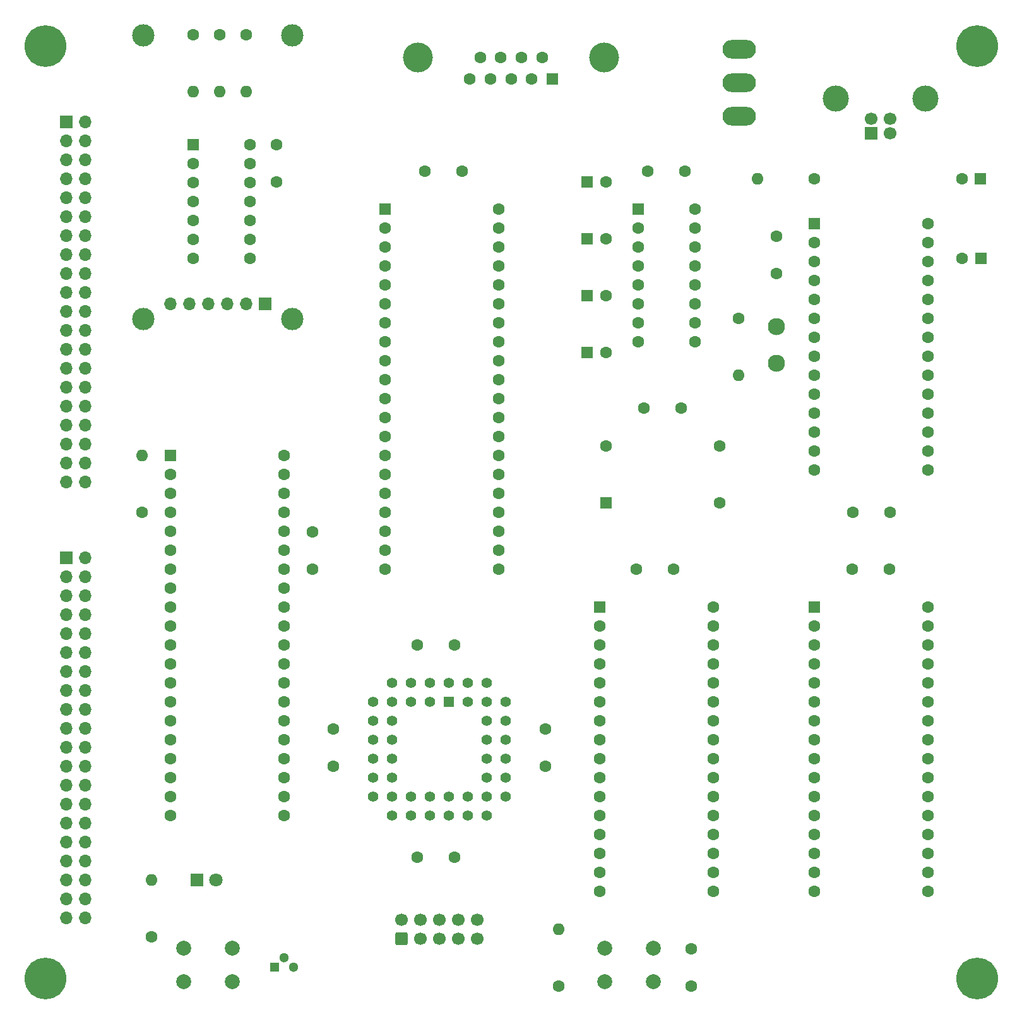
<source format=gbr>
%TF.GenerationSoftware,KiCad,Pcbnew,9.0.0*%
%TF.CreationDate,2025-05-03T19:12:57+02:00*%
%TF.ProjectId,mini-board,6d696e69-2d62-46f6-9172-642e6b696361,rev1*%
%TF.SameCoordinates,Original*%
%TF.FileFunction,Soldermask,Top*%
%TF.FilePolarity,Negative*%
%FSLAX46Y46*%
G04 Gerber Fmt 4.6, Leading zero omitted, Abs format (unit mm)*
G04 Created by KiCad (PCBNEW 9.0.0) date 2025-05-03 19:12:57*
%MOMM*%
%LPD*%
G01*
G04 APERTURE LIST*
G04 Aperture macros list*
%AMRoundRect*
0 Rectangle with rounded corners*
0 $1 Rounding radius*
0 $2 $3 $4 $5 $6 $7 $8 $9 X,Y pos of 4 corners*
0 Add a 4 corners polygon primitive as box body*
4,1,4,$2,$3,$4,$5,$6,$7,$8,$9,$2,$3,0*
0 Add four circle primitives for the rounded corners*
1,1,$1+$1,$2,$3*
1,1,$1+$1,$4,$5*
1,1,$1+$1,$6,$7*
1,1,$1+$1,$8,$9*
0 Add four rect primitives between the rounded corners*
20,1,$1+$1,$2,$3,$4,$5,0*
20,1,$1+$1,$4,$5,$6,$7,0*
20,1,$1+$1,$6,$7,$8,$9,0*
20,1,$1+$1,$8,$9,$2,$3,0*%
G04 Aperture macros list end*
%ADD10O,1.700000X1.700000*%
%ADD11R,1.700000X1.700000*%
%ADD12C,1.600000*%
%ADD13RoundRect,0.250000X-0.550000X-0.550000X0.550000X-0.550000X0.550000X0.550000X-0.550000X0.550000X0*%
%ADD14O,1.600000X1.600000*%
%ADD15R,1.600000X1.600000*%
%ADD16C,3.600000*%
%ADD17C,5.600000*%
%ADD18O,4.500000X2.500000*%
%ADD19C,3.000000*%
%ADD20R,1.800000X1.800000*%
%ADD21C,1.800000*%
%ADD22C,2.000000*%
%ADD23C,4.000000*%
%ADD24R,1.300000X1.300000*%
%ADD25C,1.300000*%
%ADD26RoundRect,0.250000X0.600000X-0.600000X0.600000X0.600000X-0.600000X0.600000X-0.600000X-0.600000X0*%
%ADD27C,1.700000*%
%ADD28R,1.422400X1.422400*%
%ADD29C,1.422400*%
%ADD30C,3.500000*%
%ADD31C,2.300000*%
G04 APERTURE END LIST*
D10*
%TO.C,J5*%
X135890000Y-87376000D03*
X133350000Y-87376000D03*
X135890000Y-84836000D03*
X133350000Y-84836000D03*
X135890000Y-82296000D03*
X133350000Y-82296000D03*
X135890000Y-79756000D03*
X133350000Y-79756000D03*
X135890000Y-77216000D03*
X133350000Y-77216000D03*
X135890000Y-74676000D03*
X133350000Y-74676000D03*
X135890000Y-72136000D03*
X133350000Y-72136000D03*
X135890000Y-69596000D03*
X133350000Y-69596000D03*
X135890000Y-67056000D03*
X133350000Y-67056000D03*
X135890000Y-64516000D03*
X133350000Y-64516000D03*
X135890000Y-61976000D03*
X133350000Y-61976000D03*
X135890000Y-59436000D03*
X133350000Y-59436000D03*
X135890000Y-56896000D03*
X133350000Y-56896000D03*
X135890000Y-54356000D03*
X133350000Y-54356000D03*
X135890000Y-51816000D03*
X133350000Y-51816000D03*
X135890000Y-49276000D03*
X133350000Y-49276000D03*
X135890000Y-46736000D03*
X133350000Y-46736000D03*
X135890000Y-44196000D03*
X133350000Y-44196000D03*
X135890000Y-41656000D03*
X133350000Y-41656000D03*
X135890000Y-39116000D03*
D11*
X133350000Y-39116000D03*
%TD*%
%TO.C,J2*%
X133350000Y-97536000D03*
D10*
X135890000Y-97536000D03*
X133350000Y-100076000D03*
X135890000Y-100076000D03*
X133350000Y-102616000D03*
X135890000Y-102616000D03*
X133350000Y-105156000D03*
X135890000Y-105156000D03*
X133350000Y-107696000D03*
X135890000Y-107696000D03*
X133350000Y-110236000D03*
X135890000Y-110236000D03*
X133350000Y-112776000D03*
X135890000Y-112776000D03*
X133350000Y-115316000D03*
X135890000Y-115316000D03*
X133350000Y-117856000D03*
X135890000Y-117856000D03*
X133350000Y-120396000D03*
X135890000Y-120396000D03*
X133350000Y-122936000D03*
X135890000Y-122936000D03*
X133350000Y-125476000D03*
X135890000Y-125476000D03*
X133350000Y-128016000D03*
X135890000Y-128016000D03*
X133350000Y-130556000D03*
X135890000Y-130556000D03*
X133350000Y-133096000D03*
X135890000Y-133096000D03*
X133350000Y-135636000D03*
X135890000Y-135636000D03*
X133350000Y-138176000D03*
X135890000Y-138176000D03*
X133350000Y-140716000D03*
X135890000Y-140716000D03*
X133350000Y-143256000D03*
X135890000Y-143256000D03*
X133350000Y-145796000D03*
X135890000Y-145796000D03*
%TD*%
D12*
%TO.C,C4*%
X161544000Y-42164000D03*
X161544000Y-47164000D03*
%TD*%
D13*
%TO.C,U1*%
X150368000Y-42164000D03*
D12*
X150368000Y-44704000D03*
X150368000Y-47244000D03*
X150368000Y-49784000D03*
X150368000Y-52324000D03*
X150368000Y-54864000D03*
X150368000Y-57404000D03*
X157988000Y-57404000D03*
X157988000Y-54864000D03*
X157988000Y-52324000D03*
X157988000Y-49784000D03*
X157988000Y-47244000D03*
X157988000Y-44704000D03*
X157988000Y-42164000D03*
%TD*%
%TO.C,R12*%
X157480000Y-27432000D03*
D14*
X157480000Y-35052000D03*
%TD*%
D12*
%TO.C,R11*%
X153924000Y-27432000D03*
D14*
X153924000Y-35052000D03*
%TD*%
D12*
%TO.C,R10*%
X150368000Y-27432000D03*
D14*
X150368000Y-35052000D03*
%TD*%
D15*
%TO.C,C7*%
X256032000Y-57404000D03*
D12*
X253532000Y-57404000D03*
%TD*%
D16*
%TO.C,H1*%
X130556000Y-28956000D03*
D17*
X130556000Y-28956000D03*
%TD*%
D18*
%TO.C,SW1*%
X223647000Y-38354000D03*
X223647000Y-33854000D03*
X223647000Y-29354000D03*
%TD*%
D12*
%TO.C,R7*%
X199390000Y-154940000D03*
D14*
X199390000Y-147320000D03*
%TD*%
D15*
%TO.C,C29*%
X203240000Y-62360000D03*
D12*
X205740000Y-62360000D03*
%TD*%
%TO.C,C24*%
X186436000Y-45720000D03*
X181436000Y-45720000D03*
%TD*%
D19*
%TO.C,J3*%
X163670000Y-27500000D03*
X143670000Y-27500000D03*
X163670000Y-65500000D03*
X143670000Y-65500000D03*
D11*
X160020000Y-63500000D03*
D10*
X157480000Y-63500000D03*
X154940000Y-63500000D03*
X152400000Y-63500000D03*
X149860000Y-63500000D03*
X147320000Y-63500000D03*
%TD*%
D12*
%TO.C,C34*%
X197612000Y-120436000D03*
X197612000Y-125436000D03*
%TD*%
%TO.C,C33*%
X185420000Y-137668000D03*
X180420000Y-137668000D03*
%TD*%
D13*
%TO.C,U16*%
X204893300Y-104140000D03*
D12*
X204893300Y-106680000D03*
X204893300Y-109220000D03*
X204893300Y-111760000D03*
X204893300Y-114300000D03*
X204893300Y-116840000D03*
X204893300Y-119380000D03*
X204893300Y-121920000D03*
X204893300Y-124460000D03*
X204893300Y-127000000D03*
X204893300Y-129540000D03*
X204893300Y-132080000D03*
X204893300Y-134620000D03*
X204893300Y-137160000D03*
X204893300Y-139700000D03*
X204893300Y-142240000D03*
X220133300Y-142240000D03*
X220133300Y-139700000D03*
X220133300Y-137160000D03*
X220133300Y-134620000D03*
X220133300Y-132080000D03*
X220133300Y-129540000D03*
X220133300Y-127000000D03*
X220133300Y-124460000D03*
X220133300Y-121920000D03*
X220133300Y-119380000D03*
X220133300Y-116840000D03*
X220133300Y-114300000D03*
X220133300Y-111760000D03*
X220133300Y-109220000D03*
X220133300Y-106680000D03*
X220133300Y-104140000D03*
%TD*%
%TO.C,R9*%
X143510000Y-91440000D03*
D14*
X143510000Y-83820000D03*
%TD*%
D16*
%TO.C,H2*%
X255524000Y-28956000D03*
D17*
X255524000Y-28956000D03*
%TD*%
D15*
%TO.C,C6*%
X255992000Y-46736000D03*
D12*
X253492000Y-46736000D03*
%TD*%
D13*
%TO.C,U22*%
X210090000Y-50800000D03*
D12*
X210090000Y-53340000D03*
X210090000Y-55880000D03*
X210090000Y-58420000D03*
X210090000Y-60960000D03*
X210090000Y-63500000D03*
X210090000Y-66040000D03*
X210090000Y-68580000D03*
X217710000Y-68580000D03*
X217710000Y-66040000D03*
X217710000Y-63500000D03*
X217710000Y-60960000D03*
X217710000Y-58420000D03*
X217710000Y-55880000D03*
X217710000Y-53340000D03*
X217710000Y-50800000D03*
%TD*%
%TO.C,C1*%
X166370000Y-94060000D03*
X166370000Y-99060000D03*
%TD*%
%TO.C,C17*%
X214844000Y-99060000D03*
X209844000Y-99060000D03*
%TD*%
D20*
%TO.C,D1*%
X150876000Y-140716000D03*
D21*
X153416000Y-140716000D03*
%TD*%
D22*
%TO.C,SW2*%
X149150000Y-149860000D03*
X155650000Y-149860000D03*
X149150000Y-154360000D03*
X155650000Y-154360000D03*
%TD*%
D12*
%TO.C,R3*%
X144780000Y-148336000D03*
D14*
X144780000Y-140716000D03*
%TD*%
D16*
%TO.C,H4*%
X130556000Y-153924000D03*
D17*
X130556000Y-153924000D03*
%TD*%
D22*
%TO.C,SW3*%
X205590000Y-149860000D03*
X212090000Y-149860000D03*
X205590000Y-154360000D03*
X212090000Y-154360000D03*
%TD*%
D12*
%TO.C,C36*%
X169164000Y-125436000D03*
X169164000Y-120436000D03*
%TD*%
D13*
%TO.C,U2*%
X147320000Y-83820000D03*
D12*
X147320000Y-86360000D03*
X147320000Y-88900000D03*
X147320000Y-91440000D03*
X147320000Y-93980000D03*
X147320000Y-96520000D03*
X147320000Y-99060000D03*
X147320000Y-101600000D03*
X147320000Y-104140000D03*
X147320000Y-106680000D03*
X147320000Y-109220000D03*
X147320000Y-111760000D03*
X147320000Y-114300000D03*
X147320000Y-116840000D03*
X147320000Y-119380000D03*
X147320000Y-121920000D03*
X147320000Y-124460000D03*
X147320000Y-127000000D03*
X147320000Y-129540000D03*
X147320000Y-132080000D03*
X162560000Y-132080000D03*
X162560000Y-129540000D03*
X162560000Y-127000000D03*
X162560000Y-124460000D03*
X162560000Y-121920000D03*
X162560000Y-119380000D03*
X162560000Y-116840000D03*
X162560000Y-114300000D03*
X162560000Y-111760000D03*
X162560000Y-109220000D03*
X162560000Y-106680000D03*
X162560000Y-104140000D03*
X162560000Y-101600000D03*
X162560000Y-99060000D03*
X162560000Y-96520000D03*
X162560000Y-93980000D03*
X162560000Y-91440000D03*
X162560000Y-88900000D03*
X162560000Y-86360000D03*
X162560000Y-83820000D03*
%TD*%
%TO.C,C16*%
X243800000Y-99060000D03*
X238800000Y-99060000D03*
%TD*%
D15*
%TO.C,X1*%
X205740000Y-90170000D03*
D12*
X220980000Y-90170000D03*
X220980000Y-82550000D03*
X205740000Y-82550000D03*
%TD*%
%TO.C,C3*%
X210860000Y-77470000D03*
X215860000Y-77470000D03*
%TD*%
D23*
%TO.C,J8*%
X205540000Y-30480000D03*
X180540000Y-30480000D03*
D15*
X198580000Y-33320000D03*
D12*
X195810000Y-33320000D03*
X193040000Y-33320000D03*
X190270000Y-33320000D03*
X187500000Y-33320000D03*
X197195000Y-30480000D03*
X194425000Y-30480000D03*
X191655000Y-30480000D03*
X188885000Y-30480000D03*
%TD*%
%TO.C,R2*%
X233680000Y-46736000D03*
D14*
X226060000Y-46736000D03*
%TD*%
D12*
%TO.C,C35*%
X180420000Y-109220000D03*
X185420000Y-109220000D03*
%TD*%
D24*
%TO.C,U11*%
X161290000Y-152400000D03*
D25*
X162560000Y-151130000D03*
X163830000Y-152400000D03*
%TD*%
D15*
%TO.C,C31*%
X203240000Y-69980000D03*
D12*
X205740000Y-69980000D03*
%TD*%
D26*
%TO.C,J4*%
X178308000Y-148590000D03*
D27*
X178308000Y-146050000D03*
X180848000Y-148590000D03*
X180848000Y-146050000D03*
X183388000Y-148590000D03*
X183388000Y-146050000D03*
X185928000Y-148590000D03*
X185928000Y-146050000D03*
X188468000Y-148590000D03*
X188468000Y-146050000D03*
%TD*%
D28*
%TO.C,U23*%
X184658000Y-116840000D03*
D29*
X182118000Y-114300000D03*
X182118000Y-116840000D03*
X179578000Y-114300000D03*
X179578000Y-116840000D03*
X177038000Y-114300000D03*
X174498000Y-116840000D03*
X177038000Y-116840000D03*
X174498000Y-119380000D03*
X177038000Y-119380000D03*
X174498000Y-121920000D03*
X177038000Y-121920000D03*
X174498000Y-124460000D03*
X177038000Y-124460000D03*
X174498000Y-127000000D03*
X177038000Y-127000000D03*
X174498000Y-129540000D03*
X177038000Y-132080000D03*
X177038000Y-129540000D03*
X179578000Y-132080000D03*
X179578000Y-129540000D03*
X182118000Y-132080000D03*
X182118000Y-129540000D03*
X184658000Y-132080000D03*
X184658000Y-129540000D03*
X187198000Y-132080000D03*
X187198000Y-129540000D03*
X189738000Y-132080000D03*
X192278000Y-129540000D03*
X189738000Y-129540000D03*
X192278000Y-127000000D03*
X189738000Y-127000000D03*
X192278000Y-124460000D03*
X189738000Y-124460000D03*
X192278000Y-121920000D03*
X189738000Y-121920000D03*
X192278000Y-119380000D03*
X189738000Y-119380000D03*
X192278000Y-116840000D03*
X189738000Y-114300000D03*
X189738000Y-116840000D03*
X187198000Y-114300000D03*
X187198000Y-116840000D03*
X184658000Y-114300000D03*
%TD*%
D15*
%TO.C,C30*%
X203240000Y-47120000D03*
D12*
X205740000Y-47120000D03*
%TD*%
D11*
%TO.C,J1*%
X241340000Y-40640000D03*
D27*
X243840000Y-40640000D03*
X243840000Y-38640000D03*
X241340000Y-38640000D03*
D30*
X236570000Y-35930000D03*
X248610000Y-35930000D03*
%TD*%
D12*
%TO.C,C27*%
X216360000Y-45720000D03*
X211360000Y-45720000D03*
%TD*%
D31*
%TO.C,Y1*%
X228600000Y-71455000D03*
X228600000Y-66555000D03*
%TD*%
D12*
%TO.C,C9*%
X217170000Y-154940000D03*
X217170000Y-149940000D03*
%TD*%
D15*
%TO.C,C28*%
X203240000Y-54740000D03*
D12*
X205740000Y-54740000D03*
%TD*%
%TO.C,R8*%
X223520000Y-65405000D03*
D14*
X223520000Y-73025000D03*
%TD*%
D16*
%TO.C,H3*%
X255524000Y-153924000D03*
D17*
X255524000Y-153924000D03*
%TD*%
D12*
%TO.C,C26*%
X243840000Y-91440000D03*
X238840000Y-91440000D03*
%TD*%
D13*
%TO.C,U15*%
X233680000Y-104140000D03*
D12*
X233680000Y-106680000D03*
X233680000Y-109220000D03*
X233680000Y-111760000D03*
X233680000Y-114300000D03*
X233680000Y-116840000D03*
X233680000Y-119380000D03*
X233680000Y-121920000D03*
X233680000Y-124460000D03*
X233680000Y-127000000D03*
X233680000Y-129540000D03*
X233680000Y-132080000D03*
X233680000Y-134620000D03*
X233680000Y-137160000D03*
X233680000Y-139700000D03*
X233680000Y-142240000D03*
X248920000Y-142240000D03*
X248920000Y-139700000D03*
X248920000Y-137160000D03*
X248920000Y-134620000D03*
X248920000Y-132080000D03*
X248920000Y-129540000D03*
X248920000Y-127000000D03*
X248920000Y-124460000D03*
X248920000Y-121920000D03*
X248920000Y-119380000D03*
X248920000Y-116840000D03*
X248920000Y-114300000D03*
X248920000Y-111760000D03*
X248920000Y-109220000D03*
X248920000Y-106680000D03*
X248920000Y-104140000D03*
%TD*%
%TO.C,C25*%
X228600000Y-54436000D03*
X228600000Y-59436000D03*
%TD*%
D13*
%TO.C,U21*%
X233680000Y-52705000D03*
D12*
X233680000Y-55245000D03*
X233680000Y-57785000D03*
X233680000Y-60325000D03*
X233680000Y-62865000D03*
X233680000Y-65405000D03*
X233680000Y-67945000D03*
X233680000Y-70485000D03*
X233680000Y-73025000D03*
X233680000Y-75565000D03*
X233680000Y-78105000D03*
X233680000Y-80645000D03*
X233680000Y-83185000D03*
X233680000Y-85725000D03*
X248920000Y-85725000D03*
X248920000Y-83185000D03*
X248920000Y-80645000D03*
X248920000Y-78105000D03*
X248920000Y-75565000D03*
X248920000Y-73025000D03*
X248920000Y-70485000D03*
X248920000Y-67945000D03*
X248920000Y-65405000D03*
X248920000Y-62865000D03*
X248920000Y-60325000D03*
X248920000Y-57785000D03*
X248920000Y-55245000D03*
X248920000Y-52705000D03*
%TD*%
D13*
%TO.C,U19*%
X176106700Y-50800000D03*
D12*
X176106700Y-53340000D03*
X176106700Y-55880000D03*
X176106700Y-58420000D03*
X176106700Y-60960000D03*
X176106700Y-63500000D03*
X176106700Y-66040000D03*
X176106700Y-68580000D03*
X176106700Y-71120000D03*
X176106700Y-73660000D03*
X176106700Y-76200000D03*
X176106700Y-78740000D03*
X176106700Y-81280000D03*
X176106700Y-83820000D03*
X176106700Y-86360000D03*
X176106700Y-88900000D03*
X176106700Y-91440000D03*
X176106700Y-93980000D03*
X176106700Y-96520000D03*
X176106700Y-99060000D03*
X191346700Y-99060000D03*
X191346700Y-96520000D03*
X191346700Y-93980000D03*
X191346700Y-91440000D03*
X191346700Y-88900000D03*
X191346700Y-86360000D03*
X191346700Y-83820000D03*
X191346700Y-81280000D03*
X191346700Y-78740000D03*
X191346700Y-76200000D03*
X191346700Y-73660000D03*
X191346700Y-71120000D03*
X191346700Y-68580000D03*
X191346700Y-66040000D03*
X191346700Y-63500000D03*
X191346700Y-60960000D03*
X191346700Y-58420000D03*
X191346700Y-55880000D03*
X191346700Y-53340000D03*
X191346700Y-50800000D03*
%TD*%
M02*

</source>
